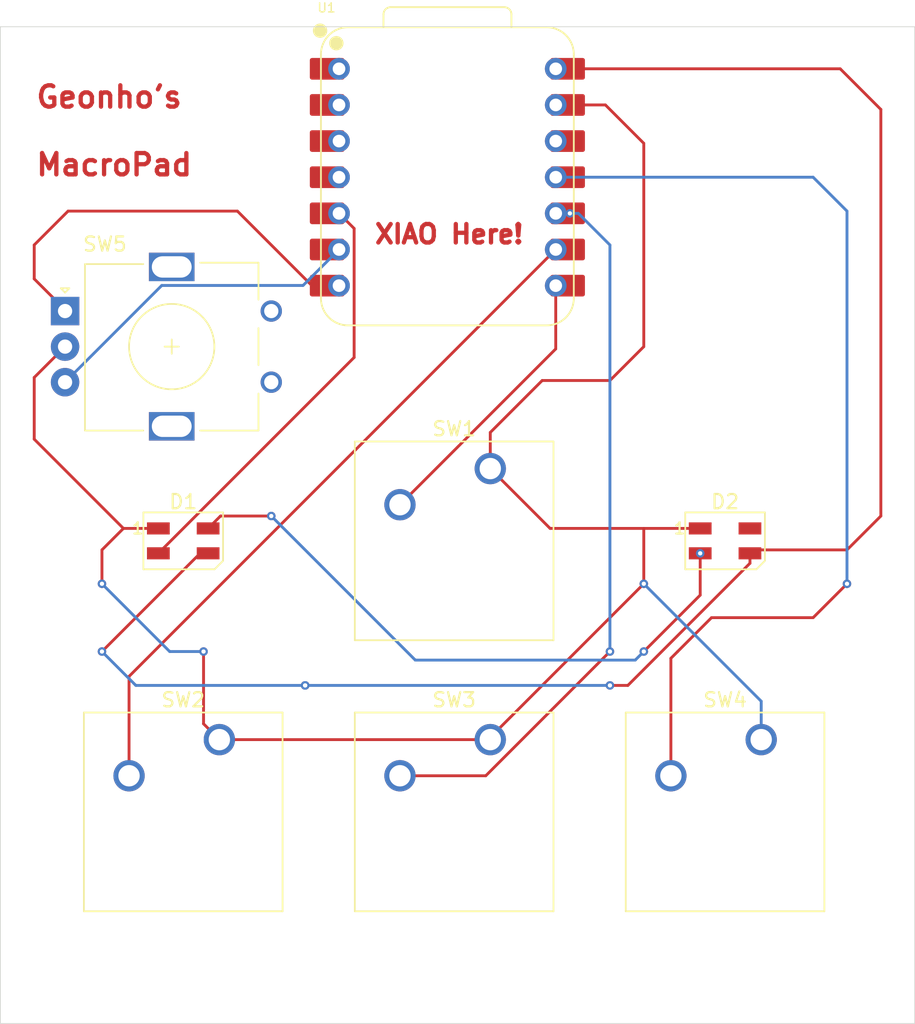
<source format=kicad_pcb>
(kicad_pcb (version 20241229) (generator "pcbnew") (generator_version "9.0")
  (layers (0 "F.Cu" signal) (2 "B.Cu" signal) (13 "F.Paste" user) (15 "B.Paste" user) (5 "F.SilkS" user "F.Silkscreen") (7 "B.SilkS" user "B.Silkscreen") (1 "F.Mask" user) (3 "B.Mask" user) (25 "Edge.Cuts" user))
  (net 0 "")
  (net 1 "Net-(D1-DIN)")
  (net 2 "+5V")
  (net 3 "Net-(D1-DOUT)")
  (net 4 "GND")
  (net 6 "Net-(U1-GPIO1{slash}RX)")
  (net 7 "Net-(U1-GPIO2{slash}SCK)")
  (net 8 "Net-(U1-GPIO4{slash}MISO)")
  (net 9 "Net-(U1-GPIO3{slash}MOSI)")
  (net 15 "Net-(U1-GPIO7{slash}SCL)")
  (net 16 "Net-(U1-GPIO0{slash}TX)")
  (footprint "Button_Switch_Keyboard:SW_Cherry_MX_1.00u_PCB" (layer "F.Cu") (at 160.655 110.96625)
    (property "Reference" "SW4" (at -2.54 -2.794 0) (layer "F.SilkS"))
    (property "Value" "SW_Push")
    (fp_line (start -9.525 -1.905) (end 4.445 -1.905) (stroke (width 0.12)) (layer "F.SilkS"))
    (fp_line (start -9.525 12.065) (end -9.525 -1.905) (stroke (width 0.12)) (layer "F.SilkS"))
    (fp_line (start 4.445 -1.905) (end 4.445 12.065) (stroke (width 0.12)) (layer "F.SilkS"))
    (fp_line (start 4.445 12.065) (end -9.525 12.065) (stroke (width 0.12)) (layer "F.SilkS"))
    (pad "" np_thru_hole circle (at -7.62 5.08) (size 1.7 1.7) (drill 1.7) (layers "*.Cu" "*.Mask"))
    (pad "" np_thru_hole circle (at -2.54 5.08) (size 4 4) (drill 4) (layers "*.Cu" "*.Mask"))
    (pad "" np_thru_hole circle (at 2.54 5.08) (size 1.7 1.7) (drill 1.7) (layers "*.Cu" "*.Mask"))
    (pad "1" thru_hole circle (at 0 0) (size 2.2 2.2) (drill 1.5) (layers "*.Cu" "*.Mask") (net 4 "GND"))
    (pad "2" thru_hole circle (at -6.35 2.54) (size 2.2 2.2) (drill 1.5) (layers "*.Cu" "*.Mask") (net 9 "Net-(U1-GPIO3{slash}MOSI)"))
  )
  (footprint "LED_SMD:LED_SK6812MINI_PLCC4_3.5x3.5mm_P1.75mm" (layer "F.Cu") (at 120.015 96.99625)
    (property "Reference" "D1" (at 0 -2.75 0) (layer "F.SilkS"))
    (property "Value" "SK6812")
    (fp_line (start -2.8 -2) (end -2.8 2) (stroke (width 0.12)) (layer "F.SilkS"))
    (fp_line (start -2.8 -2) (end 2.8 -2) (stroke (width 0.12)) (layer "F.SilkS"))
    (fp_line (start -2.8 2) (end 2.2 2) (stroke (width 0.12)) (layer "F.SilkS"))
    (fp_line (start 2.8 1.4) (end 2.2 2) (stroke (width 0.12)) (layer "F.SilkS"))
    (fp_line (start 2.8 1.4) (end 2.8 -2) (stroke (width 0.12)) (layer "F.SilkS"))
    (fp_text user "1" (at -3.2 -0.875 0) (layer "F.SilkS") (effects (font (size 0.8 0.8))))
    (pad "1" smd rect (at -1.75 -0.875) (size 1.6 0.85) (layers "F.Cu" "F.Mask" "F.Paste") (net 4 "GND"))
    (pad "2" smd rect (at -1.75 0.875) (size 1.6 0.85) (layers "F.Cu" "F.Mask" "F.Paste") (net 1 "Net-(D1-DIN)"))
    (pad "3" smd rect (at 1.75 0.875) (size 1.6 0.85) (layers "F.Cu" "F.Mask" "F.Paste") (net 2 "+5V"))
    (pad "4" smd rect (at 1.75 -0.875) (size 1.6 0.85) (layers "F.Cu" "F.Mask" "F.Paste") (net 3 "Net-(D1-DOUT)"))
  )
  (footprint "LED_SMD:LED_SK6812MINI_PLCC4_3.5x3.5mm_P1.75mm" (layer "F.Cu") (at 158.115 96.99625)
    (property "Reference" "D2" (at 0 -2.75 0) (layer "F.SilkS"))
    (property "Value" "SK6812")
    (fp_line (start -2.8 -2) (end -2.8 2) (stroke (width 0.12)) (layer "F.SilkS"))
    (fp_line (start -2.8 -2) (end 2.8 -2) (stroke (width 0.12)) (layer "F.SilkS"))
    (fp_line (start -2.8 2) (end 2.2 2) (stroke (width 0.12)) (layer "F.SilkS"))
    (fp_line (start 2.8 1.4) (end 2.2 2) (stroke (width 0.12)) (layer "F.SilkS"))
    (fp_line (start 2.8 1.4) (end 2.8 -2) (stroke (width 0.12)) (layer "F.SilkS"))
    (fp_text user "1" (at -3.2 -0.875 0) (layer "F.SilkS") (effects (font (size 0.8 0.8))))
    (pad "1" smd rect (at -1.75 -0.875) (size 1.6 0.85) (layers "F.Cu" "F.Mask" "F.Paste") (net 4 "GND"))
    (pad "2" smd rect (at -1.75 0.875) (size 1.6 0.85) (layers "F.Cu" "F.Mask" "F.Paste") (net 3 "Net-(D1-DOUT)"))
    (pad "3" smd rect (at 1.75 0.875) (size 1.6 0.85) (layers "F.Cu" "F.Mask" "F.Paste") (net 2 "+5V"))
    (pad "4" smd rect (at 1.75 -0.875) (size 1.6 0.85) (layers "F.Cu" "F.Mask" "F.Paste"))
  )
  (footprint "Button_Switch_Keyboard:SW_Cherry_MX_1.00u_PCB" (layer "F.Cu") (at 141.605 110.96625)
    (property "Reference" "SW3" (at -2.54 -2.794 0) (layer "F.SilkS"))
    (property "Value" "SW_Push")
    (fp_line (start -9.525 -1.905) (end 4.445 -1.905) (stroke (width 0.12)) (layer "F.SilkS"))
    (fp_line (start -9.525 12.065) (end -9.525 -1.905) (stroke (width 0.12)) (layer "F.SilkS"))
    (fp_line (start 4.445 -1.905) (end 4.445 12.065) (stroke (width 0.12)) (layer "F.SilkS"))
    (fp_line (start 4.445 12.065) (end -9.525 12.065) (stroke (width 0.12)) (layer "F.SilkS"))
    (pad "" np_thru_hole circle (at -7.62 5.08) (size 1.7 1.7) (drill 1.7) (layers "*.Cu" "*.Mask"))
    (pad "" np_thru_hole circle (at -2.54 5.08) (size 4 4) (drill 4) (layers "*.Cu" "*.Mask"))
    (pad "" np_thru_hole circle (at 2.54 5.08) (size 1.7 1.7) (drill 1.7) (layers "*.Cu" "*.Mask"))
    (pad "1" thru_hole circle (at 0 0) (size 2.2 2.2) (drill 1.5) (layers "*.Cu" "*.Mask") (net 4 "GND"))
    (pad "2" thru_hole circle (at -6.35 2.54) (size 2.2 2.2) (drill 1.5) (layers "*.Cu" "*.Mask") (net 8 "Net-(U1-GPIO4{slash}MISO)"))
  )
  (footprint "Rotary_Encoder:RotaryEncoder_Alps_EC11E_Vertical_H20mm" (layer "F.Cu") (at 111.70625 80.84375)
    (property "Reference" "SW5" (at 2.8 -4.7 0) (layer "F.SilkS"))
    (property "Value" "RotaryEncoder")
    (fp_line (start -0.3 -1.6) (end 0.3 -1.6) (stroke (width 0.12)) (layer "F.SilkS"))
    (fp_line (start 0 -1.3) (end -0.3 -1.6) (stroke (width 0.12)) (layer "F.SilkS"))
    (fp_line (start 0.3 -1.6) (end 0 -1.3) (stroke (width 0.12)) (layer "F.SilkS"))
    (fp_line (start 1.4 -3.3) (end 1.4 8.4) (stroke (width 0.12)) (layer "F.SilkS"))
    (fp_line (start 5.5 -3.3) (end 1.4 -3.3) (stroke (width 0.12)) (layer "F.SilkS"))
    (fp_line (start 5.5 8.4) (end 1.4 8.4) (stroke (width 0.12)) (layer "F.SilkS"))
    (fp_line (start 7 2.5) (end 8 2.5) (stroke (width 0.12)) (layer "F.SilkS"))
    (fp_line (start 7.5 2) (end 7.5 3) (stroke (width 0.12)) (layer "F.SilkS"))
    (fp_line (start 9.5 -3.4) (end 13.6 -3.4) (stroke (width 0.12)) (layer "F.SilkS"))
    (fp_line (start 13.6 -3.4) (end 13.6 -0.8) (stroke (width 0.12)) (layer "F.SilkS"))
    (fp_line (start 13.6 1.2) (end 13.6 3.8) (stroke (width 0.12)) (layer "F.SilkS"))
    (fp_line (start 13.6 5.8) (end 13.6 8.4) (stroke (width 0.12)) (layer "F.SilkS"))
    (fp_line (start 13.6 8.4) (end 9.5 8.4) (stroke (width 0.12)) (layer "F.SilkS"))
    (fp_circle (center 7.5 2.5) (end 10.5 2.5) (stroke (width 0.12)) (fill no) (layer "F.SilkS"))
    (pad "" thru_hole circle (at 14.5 0) (size 1.5 1.5) (drill 1) (layers "*.Cu" "*.Mask"))
    (pad "" thru_hole circle (at 14.5 5) (size 1.5 1.5) (drill 1) (layers "*.Cu" "*.Mask"))
    (pad "A" thru_hole rect (at 0 0) (size 2 2) (drill 1) (layers "*.Cu" "*.Mask") (net 16 "Net-(U1-GPIO0{slash}TX)"))
    (pad "B" thru_hole circle (at 0 5) (size 2 2) (drill 1) (layers "*.Cu" "*.Mask") (net 15 "Net-(U1-GPIO7{slash}SCL)"))
    (pad "C" thru_hole circle (at 0 2.5) (size 2 2) (drill 1) (layers "*.Cu" "*.Mask") (net 4 "GND"))
    (pad "MP" thru_hole rect (at 7.5 -3.1) (size 3.2 2) (drill oval 2.8 1.5) (layers "*.Cu" "*.Mask"))
    (pad "MP" thru_hole rect (at 7.5 8.1) (size 3.2 2) (drill oval 2.8 1.5) (layers "*.Cu" "*.Mask"))
  )
  (footprint "Button_Switch_Keyboard:SW_Cherry_MX_1.00u_PCB" (layer "F.Cu") (at 141.605 91.91625)
    (property "Reference" "SW1" (at -2.54 -2.794 0) (layer "F.SilkS"))
    (property "Value" "SW_Push")
    (fp_line (start -9.525 -1.905) (end 4.445 -1.905) (stroke (width 0.12)) (layer "F.SilkS"))
    (fp_line (start -9.525 12.065) (end -9.525 -1.905) (stroke (width 0.12)) (layer "F.SilkS"))
    (fp_line (start 4.445 -1.905) (end 4.445 12.065) (stroke (width 0.12)) (layer "F.SilkS"))
    (fp_line (start 4.445 12.065) (end -9.525 12.065) (stroke (width 0.12)) (layer "F.SilkS"))
    (pad "" np_thru_hole circle (at -7.62 5.08) (size 1.7 1.7) (drill 1.7) (layers "*.Cu" "*.Mask"))
    (pad "" np_thru_hole circle (at -2.54 5.08) (size 4 4) (drill 4) (layers "*.Cu" "*.Mask"))
    (pad "" np_thru_hole circle (at 2.54 5.08) (size 1.7 1.7) (drill 1.7) (layers "*.Cu" "*.Mask"))
    (pad "1" thru_hole circle (at 0 0) (size 2.2 2.2) (drill 1.5) (layers "*.Cu" "*.Mask") (net 4 "GND"))
    (pad "2" thru_hole circle (at -6.35 2.54) (size 2.2 2.2) (drill 1.5) (layers "*.Cu" "*.Mask") (net 6 "Net-(U1-GPIO1{slash}RX)"))
  )
  (footprint "OBL Lib:XIAO-RP2040-DIP" (layer "F.Cu") (at 138.58875 71.4375)
    (property "Reference" "U1" (at -8.5 -11.90625 0) (layer "F.SilkS") (effects (font (size 0.635 0.635) (thickness 0.1016))))
    (property "Value" "XIAO-RP2040-DIP")
    (fp_line (start -8.89 8.509) (end -8.89 -8.636) (stroke (width 0.127)) (layer "F.SilkS"))
    (fp_line (start -6.985 10.414) (end 6.985 10.414) (stroke (width 0.127)) (layer "F.SilkS"))
    (fp_line (start -4.495 -10.541) (end -4.491272 -11.451272) (stroke (width 0.127)) (layer "F.SilkS"))
    (fp_line (start -3.991272 -11.951) (end 4.004 -11.951) (stroke (width 0.127)) (layer "F.SilkS"))
    (fp_line (start 4.504 -11.451) (end 4.504 -10.541) (stroke (width 0.127)) (layer "F.SilkS"))
    (fp_line (start 6.985 -10.541) (end -6.985 -10.541) (stroke (width 0.1)) (layer "F.SilkS"))
    (fp_line (start 6.985 -10.541) (end -6.985 -10.541) (stroke (width 0.127)) (layer "F.SilkS"))
    (fp_line (start 8.89 8.509) (end 8.89 -8.636) (stroke (width 0.127)) (layer "F.SilkS"))
    (fp_arc (start -8.89 -8.636) (mid -8.332038 -9.983038) (end -6.985 -10.541) (stroke (width 0.127)) (layer "F.SilkS"))
    (fp_arc (start -6.985 10.414) (mid -8.332038 9.856038) (end -8.89 8.509) (stroke (width 0.127)) (layer "F.SilkS"))
    (fp_arc (start -4.491272 -11.451272) (mid -4.344728 -11.80464) (end -3.991272 -11.951) (stroke (width 0.127)) (layer "F.SilkS"))
    (fp_arc (start 4.004 -11.951) (mid 4.357553 -11.804553) (end 4.504 -11.451) (stroke (width 0.127)) (layer "F.SilkS"))
    (fp_arc (start 6.985 -10.541) (mid 8.332038 -9.983038) (end 8.89 -8.636) (stroke (width 0.127)) (layer "F.SilkS"))
    (fp_arc (start 8.89 8.509) (mid 8.332038 9.856038) (end 6.985 10.414) (stroke (width 0.127)) (layer "F.SilkS"))
    (fp_circle (center -8.95 -10.3) (end -8.95 -10.554) (stroke (width 0.5)) (fill yes) (layer "F.SilkS"))
    (fp_circle (center -7.807 -9.42) (end -7.807 -9.674) (stroke (width 0.5)) (fill yes) (layer "F.SilkS"))
    (pad "1" smd roundrect (at -8.455 -7.62 180) (size 2.432 1.524) (layers "F.Cu" "F.Mask") (roundrect_rratio 0.1))
    (pad "1" thru_hole circle (at -7.62 -7.62 180) (size 1.524 1.524) (drill 0.889) (layers "*.Cu" "*.Mask"))
    (pad "2" smd roundrect (at -8.455 -5.08 180) (size 2.432 1.524) (layers "F.Cu" "F.Mask") (roundrect_rratio 0.1))
    (pad "2" thru_hole circle (at -7.62 -5.08 180) (size 1.524 1.524) (drill 0.889) (layers "*.Cu" "*.Mask"))
    (pad "3" smd roundrect (at -8.455 -2.54 180) (size 2.432 1.524) (layers "F.Cu" "F.Mask") (roundrect_rratio 0.1))
    (pad "3" thru_hole circle (at -7.62 -2.54 180) (size 1.524 1.524) (drill 0.889) (layers "*.Cu" "*.Mask"))
    (pad "4" smd roundrect (at -8.455 0 180) (size 2.432 1.524) (layers "F.Cu" "F.Mask") (roundrect_rratio 0.1))
    (pad "4" thru_hole circle (at -7.62 0 180) (size 1.524 1.524) (drill 0.889) (layers "*.Cu" "*.Mask"))
    (pad "5" smd roundrect (at -8.455 2.54 180) (size 2.432 1.524) (layers "F.Cu" "F.Mask") (roundrect_rratio 0.1) (net 1 "Net-(D1-DIN)"))
    (pad "5" thru_hole circle (at -7.62 2.54 180) (size 1.524 1.524) (drill 0.889) (layers "*.Cu" "*.Mask") (net 1 "Net-(D1-DIN)"))
    (pad "6" smd roundrect (at -8.455 5.08 180) (size 2.432 1.524) (layers "F.Cu" "F.Mask") (roundrect_rratio 0.1) (net 15 "Net-(U1-GPIO7{slash}SCL)"))
    (pad "6" thru_hole circle (at -7.62 5.08 180) (size 1.524 1.524) (drill 0.889) (layers "*.Cu" "*.Mask") (net 15 "Net-(U1-GPIO7{slash}SCL)"))
    (pad "7" smd roundrect (at -8.455 7.62 180) (size 2.432 1.524) (layers "F.Cu" "F.Mask") (roundrect_rratio 0.1) (net 16 "Net-(U1-GPIO0{slash}TX)"))
    (pad "7" thru_hole circle (at -7.62 7.62 180) (size 1.524 1.524) (drill 0.889) (layers "*.Cu" "*.Mask") (net 16 "Net-(U1-GPIO0{slash}TX)"))
    (pad "8" thru_hole circle (at 7.62 7.62) (size 1.524 1.524) (drill 0.889) (layers "*.Cu" "*.Mask") (net 6 "Net-(U1-GPIO1{slash}RX)"))
    (pad "8" smd roundrect (at 8.455 7.62) (size 2.432 1.524) (layers "F.Cu" "F.Mask") (roundrect_rratio 0.1) (net 6 "Net-(U1-GPIO1{slash}RX)"))
    (pad "9" thru_hole circle (at 7.62 5.08) (size 1.524 1.524) (drill 0.889) (layers "*.Cu" "*.Mask") (net 7 "Net-(U1-GPIO2{slash}SCK)"))
    (pad "9" smd roundrect (at 8.455 5.08) (size 2.432 1.524) (layers "F.Cu" "F.Mask") (roundrect_rratio 0.1) (net 7 "Net-(U1-GPIO2{slash}SCK)"))
    (pad "10" thru_hole circle (at 7.62 2.54) (size 1.524 1.524) (drill 0.889) (layers "*.Cu" "*.Mask") (net 8 "Net-(U1-GPIO4{slash}MISO)"))
    (pad "10" smd roundrect (at 8.455 2.54) (size 2.432 1.524) (layers "F.Cu" "F.Mask") (roundrect_rratio 0.1) (net 8 "Net-(U1-GPIO4{slash}MISO)"))
    (pad "11" thru_hole circle (at 7.62 0) (size 1.524 1.524) (drill 0.889) (layers "*.Cu" "*.Mask") (net 9 "Net-(U1-GPIO3{slash}MOSI)"))
    (pad "11" smd roundrect (at 8.455 0) (size 2.432 1.524) (layers "F.Cu" "F.Mask") (roundrect_rratio 0.1) (net 9 "Net-(U1-GPIO3{slash}MOSI)"))
    (pad "12" thru_hole circle (at 7.62 -2.54) (size 1.524 1.524) (drill 0.889) (layers "*.Cu" "*.Mask"))
    (pad "12" smd roundrect (at 8.455 -2.54) (size 2.432 1.524) (layers "F.Cu" "F.Mask") (roundrect_rratio 0.1))
    (pad "13" thru_hole circle (at 7.62 -5.08) (size 1.524 1.524) (drill 0.889) (layers "*.Cu" "*.Mask") (net 4 "GND"))
    (pad "13" smd roundrect (at 8.455 -5.08) (size 2.432 1.524) (layers "F.Cu" "F.Mask") (roundrect_rratio 0.1) (net 4 "GND"))
    (pad "14" thru_hole circle (at 7.62 -7.62) (size 1.524 1.524) (drill 0.889) (layers "*.Cu" "*.Mask") (net 2 "+5V"))
    (pad "14" smd roundrect (at 8.455 -7.62) (size 2.432 1.524) (layers "F.Cu" "F.Mask") (roundrect_rratio 0.1) (net 2 "+5V"))
  )
  (footprint "Button_Switch_Keyboard:SW_Cherry_MX_1.00u_PCB" (layer "F.Cu") (at 122.555 110.96625)
    (property "Reference" "SW2" (at -2.54 -2.794 0) (layer "F.SilkS"))
    (property "Value" "SW_Push")
    (fp_line (start -9.525 -1.905) (end 4.445 -1.905) (stroke (width 0.12)) (layer "F.SilkS"))
    (fp_line (start -9.525 12.065) (end -9.525 -1.905) (stroke (width 0.12)) (layer "F.SilkS"))
    (fp_line (start 4.445 -1.905) (end 4.445 12.065) (stroke (width 0.12)) (layer "F.SilkS"))
    (fp_line (start 4.445 12.065) (end -9.525 12.065) (stroke (width 0.12)) (layer "F.SilkS"))
    (pad "" np_thru_hole circle (at -7.62 5.08) (size 1.7 1.7) (drill 1.7) (layers "*.Cu" "*.Mask"))
    (pad "" np_thru_hole circle (at -2.54 5.08) (size 4 4) (drill 4) (layers "*.Cu" "*.Mask"))
    (pad "" np_thru_hole circle (at 2.54 5.08) (size 1.7 1.7) (drill 1.7) (layers "*.Cu" "*.Mask"))
    (pad "1" thru_hole circle (at 0 0) (size 2.2 2.2) (drill 1.5) (layers "*.Cu" "*.Mask") (net 4 "GND"))
    (pad "2" thru_hole circle (at -6.35 2.54) (size 2.2 2.2) (drill 1.5) (layers "*.Cu" "*.Mask") (net 7 "Net-(U1-GPIO2{slash}SCK)"))
  )
  (gr_rect (start 107.15625 60.86) (end 171.45 130.91625) (stroke (width 0.05)) (fill no) (layer "Edge.Cuts"))
  (gr_text "XIAO Here!" (at 133.35 76.2 0) (layer "F.Cu") (effects (font (size 1.3 1.3) (thickness 0.3) (bold yes)) (justify left bottom)))
  (gr_text "Geonho's" (at 109.5375 66.675 0) (layer "F.Cu") (effects (font (size 1.5 1.5) (thickness 0.3) (bold yes)) (justify left bottom)))
  (gr_text "MacroPad" (at 109.5375 71.4375 0) (layer "F.Cu") (effects (font (size 1.5 1.5) (thickness 0.3) (bold yes)) (justify left bottom)))
  (segment (start 132.03175 84.1045) (end 118.265 97.87125) (width 0.2) (layer "F.Cu") (net 1))
  (segment (start 130.96875 73.9775) (end 132.03175 75.0405) (width 0.2) (layer "F.Cu") (net 1))
  (segment (start 132.03175 75.0405) (end 132.03175 84.1045) (width 0.2) (layer "F.Cu") (net 1))
  (segment (start 166.21125 63.8175) (end 146.20875 63.8175) (width 0.2) (layer "F.Cu") (net 2))
  (segment (start 159.865 97.87125) (end 160.105 97.63125) (width 0.2) (layer "F.Cu") (net 2))
  (segment (start 169.06875 66.675) (end 166.21125 63.8175) (width 0.2) (layer "F.Cu") (net 2))
  (segment (start 166.6875 97.63125) (end 169.06875 95.25) (width 0.2) (layer "F.Cu") (net 2))
  (segment (start 160.105 97.63125) (end 166.6875 97.63125) (width 0.2) (layer "F.Cu") (net 2))
  (segment (start 169.06875 95.25) (end 169.06875 66.675) (width 0.2) (layer "F.Cu") (net 2))
  (segment (start 159.865 97.87125) (end 159.865 98.571066) (width 0.2) (layer "F.Cu") (net 2))
  (segment (start 159.865 98.571066) (end 151.279816 107.15625) (width 0.2) (layer "F.Cu") (net 2))
  (segment (start 151.279816 107.15625) (end 150.01875 107.15625) (width 0.2) (layer "F.Cu") (net 2))
  (segment (start 114.3 104.775) (end 121.20375 97.87125) (width 0.2) (layer "F.Cu") (net 2))
  (segment (start 121.20375 97.87125) (end 121.765 97.87125) (width 0.2) (layer "F.Cu") (net 2))
  (via (at 150.01875 107.15625) (size 0.6) (drill 0.3) (layers "F.Cu" "B.Cu") (net 2))
  (via (at 128.5875 107.15625) (size 0.6) (drill 0.3) (layers "F.Cu" "B.Cu") (net 2))
  (via (at 114.3 104.775) (size 0.6) (drill 0.3) (layers "F.Cu" "B.Cu") (net 2))
  (via (at 128.5875 107.15625) (size 0.6) (drill 0.3) (layers "F.Cu" "B.Cu") (net 2))
  (segment (start 128.5875 107.15625) (end 116.68125 107.15625) (width 0.2) (layer "B.Cu") (net 2))
  (segment (start 116.68125 107.15625) (end 114.3 104.775) (width 0.2) (layer "B.Cu") (net 2))
  (segment (start 150.01875 107.15625) (end 128.5875 107.15625) (width 0.2) (layer "B.Cu") (net 2))
  (segment (start 152.4 104.775) (end 156.365 100.81) (width 0.2) (layer "F.Cu") (net 3))
  (segment (start 122.63625 95.25) (end 126.20625 95.25) (width 0.2) (layer "F.Cu") (net 3))
  (segment (start 121.765 96.12125) (end 122.63625 95.25) (width 0.2) (layer "F.Cu") (net 3))
  (segment (start 156.365 100.81) (end 156.365 97.87125) (width 0.2) (layer "F.Cu") (net 3))
  (via (at 126.20625 95.25) (size 0.6) (drill 0.3) (layers "F.Cu" "B.Cu") (net 3))
  (via (at 156.365 97.87125) (size 0.6) (drill 0.3) (layers "F.Cu" "B.Cu") (net 3))
  (via (at 152.4 104.775) (size 0.6) (drill 0.3) (layers "F.Cu" "B.Cu") (net 3))
  (segment (start 151.799 105.376) (end 152.4 104.775) (width 0.2) (layer "B.Cu") (net 3))
  (segment (start 136.33225 105.376) (end 151.799 105.376) (width 0.2) (layer "B.Cu") (net 3))
  (segment (start 126.20625 95.25) (end 136.33225 105.376) (width 0.2) (layer "B.Cu") (net 3))
  (segment (start 150.01875 85.725) (end 152.4 83.34375) (width 0.2) (layer "F.Cu") (net 4))
  (segment (start 141.605 91.91625) (end 141.605 89.37625) (width 0.2) (layer "F.Cu") (net 4))
  (segment (start 152.4 96.12125) (end 156.365 96.12125) (width 0.2) (layer "F.Cu") (net 4))
  (segment (start 152.4 69.05625) (end 149.70125 66.3575) (width 0.2) (layer "F.Cu") (net 4))
  (segment (start 115.81 96.12125) (end 118.265 96.12125) (width 0.2) (layer "F.Cu") (net 4))
  (segment (start 141.605 89.37625) (end 145.25625 85.725) (width 0.2) (layer "F.Cu") (net 4))
  (segment (start 152.4 83.34375) (end 152.4 69.05625) (width 0.2) (layer "F.Cu") (net 4))
  (segment (start 122.555 110.96625) (end 121.44375 109.855) (width 0.2) (layer "F.Cu") (net 4))
  (segment (start 109.5375 85.5125) (end 111.70625 83.34375) (width 0.2) (layer "F.Cu") (net 4))
  (segment (start 149.70125 66.3575) (end 146.20875 66.3575) (width 0.2) (layer "F.Cu") (net 4))
  (segment (start 141.605 110.96625) (end 141.605 110.8075) (width 0.2) (layer "F.Cu") (net 4))
  (segment (start 122.555 110.96625) (end 141.605 110.96625) (width 0.2) (layer "F.Cu") (net 4))
  (segment (start 141.605 110.8075) (end 152.4 100.0125) (width 0.2) (layer "F.Cu") (net 4))
  (segment (start 141.605 91.91625) (end 145.81 96.12125) (width 0.2) (layer "F.Cu") (net 4))
  (segment (start 114.3 100.0125) (end 114.3 97.63125) (width 0.2) (layer "F.Cu") (net 4))
  (segment (start 115.81 96.12125) (end 109.5375 89.84875) (width 0.2) (layer "F.Cu") (net 4))
  (segment (start 121.44375 109.855) (end 121.44375 104.775) (width 0.2) (layer "F.Cu") (net 4))
  (segment (start 114.3 97.63125) (end 115.81 96.12125) (width 0.2) (layer "F.Cu") (net 4))
  (segment (start 145.25625 85.725) (end 150.01875 85.725) (width 0.2) (layer "F.Cu") (net 4))
  (segment (start 152.4 100.0125) (end 152.4 96.12125) (width 0.2) (layer "F.Cu") (net 4))
  (segment (start 145.81 96.12125) (end 152.4 96.12125) (width 0.2) (layer "F.Cu") (net 4))
  (segment (start 109.5375 89.84875) (end 109.5375 85.5125) (width 0.2) (layer "F.Cu") (net 4))
  (via (at 114.3 100.0125) (size 0.6) (drill 0.3) (layers "F.Cu" "B.Cu") (net 4))
  (via (at 152.4 100.0125) (size 0.6) (drill 0.3) (layers "F.Cu" "B.Cu") (net 4))
  (via (at 121.44375 104.775) (size 0.6) (drill 0.3) (layers "F.Cu" "B.Cu") (net 4))
  (segment (start 121.44375 104.775) (end 119.0625 104.775) (width 0.2) (layer "B.Cu") (net 4))
  (segment (start 160.655 110.96625) (end 160.655 108.2675) (width 0.2) (layer "B.Cu") (net 4))
  (segment (start 154.78125 102.39375) (end 152.4 100.0125) (width 0.2) (layer "B.Cu") (net 4))
  (segment (start 160.655 108.2675) (end 154.78125 102.39375) (width 0.2) (layer "B.Cu") (net 4))
  (segment (start 119.0625 104.775) (end 114.3 100.0125) (width 0.2) (layer "B.Cu") (net 4))
  (segment (start 146.20875 79.0575) (end 146.20875 83.5025) (width 0.2) (layer "F.Cu") (net 6))
  (segment (start 146.20875 83.5025) (end 135.255 94.45625) (width 0.2) (layer "F.Cu") (net 6))
  (segment (start 116.205 113.50625) (end 116.68125 113.9825) (width 0.2) (layer "F.Cu") (net 7))
  (segment (start 116.205 113.50625) (end 115.8875 113.50625) (width 0.2) (layer "F.Cu") (net 7))
  (segment (start 116.205 106.52125) (end 116.205 113.50625) (width 0.2) (layer "F.Cu") (net 7))
  (segment (start 116.68125 113.9825) (end 116.68125 114.3) (width 0.2) (layer "F.Cu") (net 7))
  (segment (start 146.20875 76.5175) (end 116.205 106.52125) (width 0.2) (layer "F.Cu") (net 7))
  (segment (start 135.255 113.50625) (end 141.2875 113.50625) (width 0.2) (layer "F.Cu") (net 8))
  (segment (start 141.2875 113.50625) (end 150.01875 104.775) (width 0.2) (layer "F.Cu") (net 8))
  (via (at 150.01875 104.775) (size 0.6) (drill 0.3) (layers "F.Cu" "B.Cu") (net 8))
  (via (at 147.20325 73.9775) (size 0.6) (drill 0.3) (layers "F.Cu" "B.Cu") (net 8))
  (segment (start 147.79625 73.9775) (end 146.20875 73.9775) (width 0.2) (layer "B.Cu") (net 8))
  (segment (start 150.01875 104.775) (end 150.01875 76.2) (width 0.2) (layer "B.Cu") (net 8))
  (segment (start 150.01875 76.2) (end 147.79625 73.9775) (width 0.2) (layer "B.Cu") (net 8))
  (segment (start 154.305 105.25125) (end 154.78125 104.775) (width 0.2) (layer "F.Cu") (net 9))
  (segment (start 164.30625 102.39375) (end 166.6875 100.0125) (width 0.2) (layer "F.Cu") (net 9))
  (segment (start 154.305 113.50625) (end 154.305 105.25125) (width 0.2) (layer "F.Cu") (net 9))
  (segment (start 157.1625 102.39375) (end 164.30625 102.39375) (width 0.2) (layer "F.Cu") (net 9))
  (segment (start 154.78125 104.775) (end 157.1625 102.39375) (width 0.2) (layer "F.Cu") (net 9))
  (via (at 166.6875 100.0125) (size 0.6) (drill 0.3) (layers "F.Cu" "B.Cu") (net 9))
  (segment (start 164.30625 71.4375) (end 146.20875 71.4375) (width 0.2) (layer "B.Cu") (net 9))
  (segment (start 166.6875 100.0125) (end 166.6875 73.81875) (width 0.2) (layer "B.Cu") (net 9))
  (segment (start 166.6875 73.81875) (end 164.30625 71.4375) (width 0.2) (layer "B.Cu") (net 9))
  (segment (start 128.4415 79.04475) (end 118.50525 79.04475) (width 0.2) (layer "B.Cu") (net 15))
  (segment (start 130.96875 76.5175) (end 128.4415 79.04475) (width 0.2) (layer "B.Cu") (net 15))
  (segment (start 118.50525 79.04475) (end 111.70625 85.84375) (width 0.2) (layer "B.Cu") (net 15))
  (segment (start 111.70625 80.84375) (end 111.8 80.84375) (width 0.2) (layer "F.Cu") (net 16))
  (segment (start 109.5375 78.58125) (end 109.5375 76.2) (width 0.2) (layer "F.Cu") (net 16))
  (segment (start 111.70625 80.84375) (end 111.70625 80.75) (width 0.2) (layer "F.Cu") (net 16))
  (segment (start 111.91875 73.81875) (end 123.825 73.81875) (width 0.2) (layer "F.Cu") (net 16))
  (segment (start 109.5375 76.2) (end 111.91875 73.81875) (width 0.2) (layer "F.Cu") (net 16))
  (segment (start 111.8 80.84375) (end 109.5375 78.58125) (width 0.2) (layer "F.Cu") (net 16))
  (segment (start 123.825 73.81875) (end 129.06375 79.0575) (width 0.2) (layer "F.Cu") (net 16))
  (segment (start 129.06375 79.0575) (end 130.96875 79.0575) (width 0.2) (layer "F.Cu") (net 16))
)
</source>
